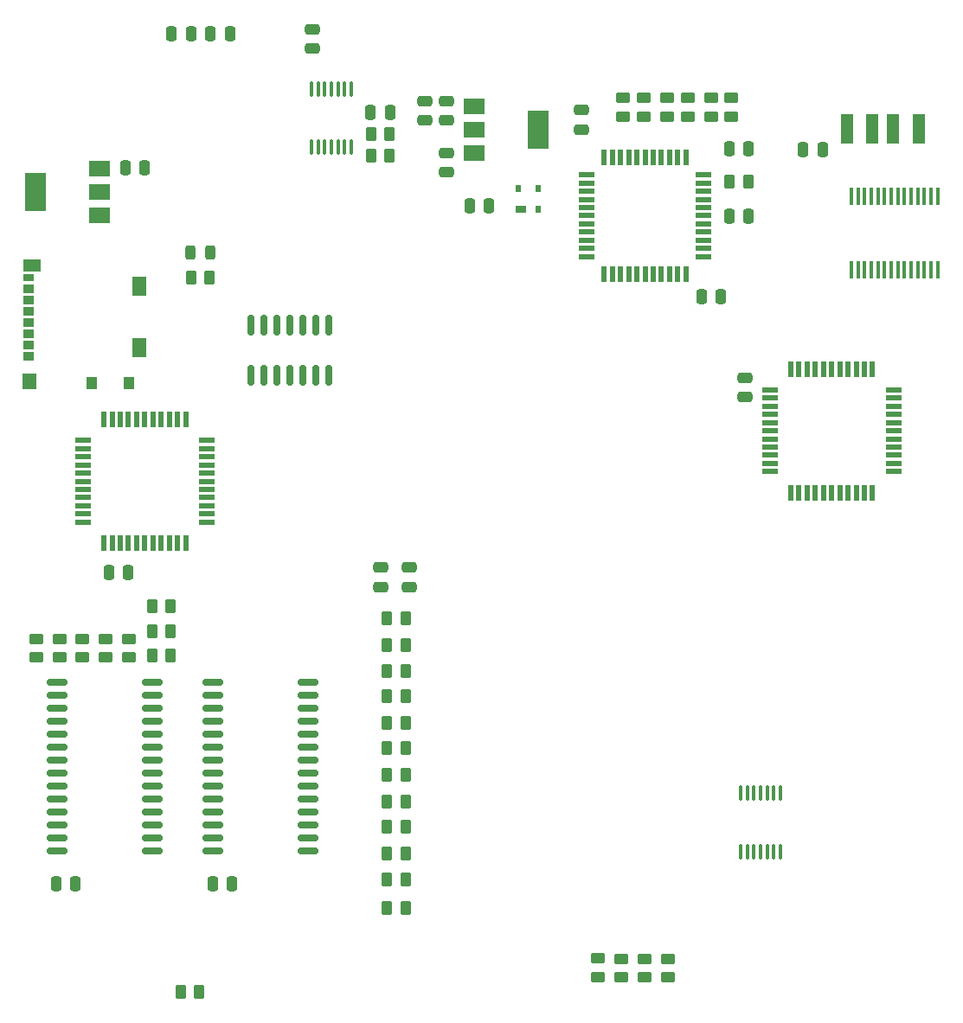
<source format=gtp>
G04 #@! TF.GenerationSoftware,KiCad,Pcbnew,6.0.4-1.fc35*
G04 #@! TF.CreationDate,2022-04-29T18:05:54+05:30*
G04 #@! TF.ProjectId,8puter,38707574-6572-42e6-9b69-6361645f7063,rev?*
G04 #@! TF.SameCoordinates,Original*
G04 #@! TF.FileFunction,Paste,Top*
G04 #@! TF.FilePolarity,Positive*
%FSLAX46Y46*%
G04 Gerber Fmt 4.6, Leading zero omitted, Abs format (unit mm)*
G04 Created by KiCad (PCBNEW 6.0.4-1.fc35) date 2022-04-29 18:05:54*
%MOMM*%
%LPD*%
G01*
G04 APERTURE LIST*
G04 Aperture macros list*
%AMRoundRect*
0 Rectangle with rounded corners*
0 $1 Rounding radius*
0 $2 $3 $4 $5 $6 $7 $8 $9 X,Y pos of 4 corners*
0 Add a 4 corners polygon primitive as box body*
4,1,4,$2,$3,$4,$5,$6,$7,$8,$9,$2,$3,0*
0 Add four circle primitives for the rounded corners*
1,1,$1+$1,$2,$3*
1,1,$1+$1,$4,$5*
1,1,$1+$1,$6,$7*
1,1,$1+$1,$8,$9*
0 Add four rect primitives between the rounded corners*
20,1,$1+$1,$2,$3,$4,$5,0*
20,1,$1+$1,$4,$5,$6,$7,0*
20,1,$1+$1,$6,$7,$8,$9,0*
20,1,$1+$1,$8,$9,$2,$3,0*%
G04 Aperture macros list end*
%ADD10RoundRect,0.250000X-0.250000X-0.475000X0.250000X-0.475000X0.250000X0.475000X-0.250000X0.475000X0*%
%ADD11RoundRect,0.250000X-0.262500X-0.450000X0.262500X-0.450000X0.262500X0.450000X-0.262500X0.450000X0*%
%ADD12RoundRect,0.250000X0.262500X0.450000X-0.262500X0.450000X-0.262500X-0.450000X0.262500X-0.450000X0*%
%ADD13R,1.100000X0.850000*%
%ADD14R,1.100000X0.750000*%
%ADD15R,1.000000X1.200000*%
%ADD16R,1.800000X1.170000*%
%ADD17R,1.350000X1.900000*%
%ADD18R,1.350000X1.550000*%
%ADD19RoundRect,0.150000X0.875000X0.150000X-0.875000X0.150000X-0.875000X-0.150000X0.875000X-0.150000X0*%
%ADD20R,1.000000X0.700000*%
%ADD21R,0.600000X0.700000*%
%ADD22RoundRect,0.250000X-0.450000X0.262500X-0.450000X-0.262500X0.450000X-0.262500X0.450000X0.262500X0*%
%ADD23RoundRect,0.250000X0.450000X-0.262500X0.450000X0.262500X-0.450000X0.262500X-0.450000X-0.262500X0*%
%ADD24RoundRect,0.250000X0.250000X0.475000X-0.250000X0.475000X-0.250000X-0.475000X0.250000X-0.475000X0*%
%ADD25RoundRect,0.250000X-0.475000X0.250000X-0.475000X-0.250000X0.475000X-0.250000X0.475000X0.250000X0*%
%ADD26RoundRect,0.250000X0.475000X-0.250000X0.475000X0.250000X-0.475000X0.250000X-0.475000X-0.250000X0*%
%ADD27R,2.000000X1.500000*%
%ADD28R,2.000000X3.800000*%
%ADD29R,1.500000X0.520000*%
%ADD30R,0.520000X1.500000*%
%ADD31RoundRect,0.100000X-0.100000X0.637500X-0.100000X-0.637500X0.100000X-0.637500X0.100000X0.637500X0*%
%ADD32RoundRect,0.243750X0.243750X0.456250X-0.243750X0.456250X-0.243750X-0.456250X0.243750X-0.456250X0*%
%ADD33RoundRect,0.150000X0.150000X-0.825000X0.150000X0.825000X-0.150000X0.825000X-0.150000X-0.825000X0*%
%ADD34R,0.450000X1.750000*%
%ADD35R,0.550000X1.500000*%
%ADD36R,1.500000X0.550000*%
%ADD37RoundRect,0.100000X0.100000X-0.637500X0.100000X0.637500X-0.100000X0.637500X-0.100000X-0.637500X0*%
%ADD38R,1.250000X3.000000*%
G04 APERTURE END LIST*
D10*
X124048000Y-122315000D03*
X125948000Y-122315000D03*
D11*
X139523000Y-50968750D03*
X141348000Y-50968750D03*
D12*
X142898000Y-119345000D03*
X141073000Y-119345000D03*
D13*
X106013000Y-70630000D03*
X106013000Y-69530000D03*
X106013000Y-68430000D03*
X106013000Y-67330000D03*
X106013000Y-66230000D03*
X106013000Y-65130000D03*
X106013000Y-64030000D03*
D14*
X106013000Y-62980000D03*
D15*
X112163000Y-73265000D03*
X115863000Y-73265000D03*
D16*
X106363000Y-61770000D03*
D17*
X116838000Y-63795000D03*
D18*
X106138000Y-73090000D03*
D17*
X116838000Y-69765000D03*
D19*
X133348000Y-119100000D03*
X133348000Y-117830000D03*
X133348000Y-116560000D03*
X133348000Y-115290000D03*
X133348000Y-114020000D03*
X133348000Y-112750000D03*
X133348000Y-111480000D03*
X133348000Y-110210000D03*
X133348000Y-108940000D03*
X133348000Y-107670000D03*
X133348000Y-106400000D03*
X133348000Y-105130000D03*
X133348000Y-103860000D03*
X133348000Y-102590000D03*
X124048000Y-102590000D03*
X124048000Y-103860000D03*
X124048000Y-105130000D03*
X124048000Y-106400000D03*
X124048000Y-107670000D03*
X124048000Y-108940000D03*
X124048000Y-110210000D03*
X124048000Y-111480000D03*
X124048000Y-112750000D03*
X124048000Y-114020000D03*
X124048000Y-115290000D03*
X124048000Y-116560000D03*
X124048000Y-117830000D03*
X124048000Y-119100000D03*
D20*
X154148005Y-56244988D03*
D21*
X155848005Y-56244988D03*
X155848005Y-54244988D03*
X153948005Y-54244988D03*
D22*
X161698000Y-129620000D03*
X161698000Y-131445000D03*
D12*
X142898000Y-103945000D03*
X141073000Y-103945000D03*
X142898000Y-96345000D03*
X141073000Y-96345000D03*
D22*
X172780000Y-45367500D03*
X172780000Y-47192500D03*
D23*
X113548000Y-100137500D03*
X113548000Y-98312500D03*
D24*
X121890000Y-39040000D03*
X119990000Y-39040000D03*
D25*
X140472219Y-91320774D03*
X140472219Y-93220774D03*
D26*
X133748000Y-40518750D03*
X133748000Y-38618750D03*
D12*
X142898000Y-111645000D03*
X141073000Y-111645000D03*
D26*
X176098000Y-74645000D03*
X176098000Y-72745000D03*
D27*
X149598000Y-46195000D03*
D28*
X155898000Y-48495000D03*
D27*
X149598000Y-48495000D03*
X149598000Y-50795000D03*
D29*
X111338000Y-78895000D03*
X111338000Y-79695000D03*
X111338000Y-80495000D03*
X111338000Y-81295000D03*
X111338000Y-82095000D03*
X111338000Y-82895000D03*
X111338000Y-83695000D03*
X111338000Y-84495000D03*
X111338000Y-85295000D03*
X111338000Y-86095000D03*
X111338000Y-86895000D03*
D30*
X113388000Y-88945000D03*
X114188000Y-88945000D03*
X114988000Y-88945000D03*
X115788000Y-88945000D03*
X116588000Y-88945000D03*
X117388000Y-88945000D03*
X118188000Y-88945000D03*
X118988000Y-88945000D03*
X119788000Y-88945000D03*
X120588000Y-88945000D03*
X121388000Y-88945000D03*
D29*
X123438000Y-86895000D03*
X123438000Y-86095000D03*
X123438000Y-85295000D03*
X123438000Y-84495000D03*
X123438000Y-83695000D03*
X123438000Y-82895000D03*
X123438000Y-82095000D03*
X123438000Y-81295000D03*
X123438000Y-80495000D03*
X123438000Y-79695000D03*
X123438000Y-78895000D03*
D30*
X121388000Y-76845000D03*
X120588000Y-76845000D03*
X119788000Y-76845000D03*
X118988000Y-76845000D03*
X118188000Y-76845000D03*
X117388000Y-76845000D03*
X116588000Y-76845000D03*
X115788000Y-76845000D03*
X114988000Y-76845000D03*
X114188000Y-76845000D03*
X113388000Y-76845000D03*
D22*
X166250000Y-45367500D03*
X166250000Y-47192500D03*
D10*
X108698000Y-122335000D03*
X110598000Y-122335000D03*
X123830000Y-39040000D03*
X125730000Y-39040000D03*
D30*
X188598005Y-71894988D03*
X187798005Y-71894988D03*
X186998005Y-71894988D03*
X186198005Y-71894988D03*
X185398005Y-71894988D03*
X184598005Y-71894988D03*
X183798005Y-71894988D03*
X182998005Y-71894988D03*
X182198005Y-71894988D03*
X181398005Y-71894988D03*
X180598005Y-71894988D03*
D29*
X178548005Y-73944988D03*
X178548005Y-74744988D03*
X178548005Y-75544988D03*
X178548005Y-76344988D03*
X178548005Y-77144988D03*
X178548005Y-77944988D03*
X178548005Y-78744988D03*
X178548005Y-79544988D03*
X178548005Y-80344988D03*
X178548005Y-81144988D03*
X178548005Y-81944988D03*
D30*
X180598005Y-83994988D03*
X181398005Y-83994988D03*
X182198005Y-83994988D03*
X182998005Y-83994988D03*
X183798005Y-83994988D03*
X184598005Y-83994988D03*
X185398005Y-83994988D03*
X186198005Y-83994988D03*
X186998005Y-83994988D03*
X187798005Y-83994988D03*
X188598005Y-83994988D03*
D29*
X190648005Y-81944988D03*
X190648005Y-81144988D03*
X190648005Y-80344988D03*
X190648005Y-79544988D03*
X190648005Y-78744988D03*
X190648005Y-77944988D03*
X190648005Y-77144988D03*
X190648005Y-76344988D03*
X190648005Y-75544988D03*
X190648005Y-74744988D03*
X190648005Y-73944988D03*
D11*
X120885500Y-132845000D03*
X122710500Y-132845000D03*
D31*
X179598000Y-113432500D03*
X178948000Y-113432500D03*
X178298000Y-113432500D03*
X177648000Y-113432500D03*
X176998000Y-113432500D03*
X176348000Y-113432500D03*
X175698000Y-113432500D03*
X175698000Y-119157500D03*
X176348000Y-119157500D03*
X176998000Y-119157500D03*
X177648000Y-119157500D03*
X178298000Y-119157500D03*
X178948000Y-119157500D03*
X179598000Y-119157500D03*
D32*
X123758000Y-60535000D03*
X121883000Y-60535000D03*
D12*
X142898000Y-109045000D03*
X141073000Y-109045000D03*
X119905500Y-97535000D03*
X118080500Y-97535000D03*
D22*
X168500000Y-45367500D03*
X168500000Y-47192500D03*
D12*
X142898000Y-101445000D03*
X141073000Y-101445000D03*
D22*
X164190000Y-45367500D03*
X164190000Y-47192500D03*
D25*
X143272219Y-91320774D03*
X143272219Y-93220774D03*
D33*
X127738000Y-72542500D03*
X129008000Y-72542500D03*
X130278000Y-72542500D03*
X131548000Y-72542500D03*
X132818000Y-72542500D03*
X134088000Y-72542500D03*
X135358000Y-72542500D03*
X135358000Y-67592500D03*
X134088000Y-67592500D03*
X132818000Y-67592500D03*
X131548000Y-67592500D03*
X130278000Y-67592500D03*
X129008000Y-67592500D03*
X127738000Y-67592500D03*
D22*
X163998000Y-129632500D03*
X163998000Y-131457500D03*
D12*
X142898000Y-121845000D03*
X141073000Y-121845000D03*
X142898000Y-124645000D03*
X141073000Y-124645000D03*
D34*
X186523000Y-62195000D03*
X187173000Y-62195000D03*
X187823000Y-62195000D03*
X188473000Y-62195000D03*
X189123000Y-62195000D03*
X189773000Y-62195000D03*
X190423000Y-62195000D03*
X191073000Y-62195000D03*
X191723000Y-62195000D03*
X192373000Y-62195000D03*
X193023000Y-62195000D03*
X193673000Y-62195000D03*
X194323000Y-62195000D03*
X194973000Y-62195000D03*
X194973000Y-54995000D03*
X194323000Y-54995000D03*
X193673000Y-54995000D03*
X193023000Y-54995000D03*
X192373000Y-54995000D03*
X191723000Y-54995000D03*
X191073000Y-54995000D03*
X190423000Y-54995000D03*
X189773000Y-54995000D03*
X189123000Y-54995000D03*
X188473000Y-54995000D03*
X187823000Y-54995000D03*
X187173000Y-54995000D03*
X186523000Y-54995000D03*
D24*
X151092219Y-55945000D03*
X149192219Y-55945000D03*
D12*
X142898000Y-106545000D03*
X141073000Y-106545000D03*
D22*
X174770000Y-45367500D03*
X174770000Y-47192500D03*
D23*
X109048000Y-100137500D03*
X109048000Y-98312500D03*
X111298000Y-100137500D03*
X111298000Y-98312500D03*
D12*
X176440000Y-53580000D03*
X174615000Y-53580000D03*
X123745500Y-62945000D03*
X121920500Y-62945000D03*
D26*
X146942226Y-47545000D03*
X146942226Y-45645000D03*
D24*
X183700000Y-50380000D03*
X181800000Y-50380000D03*
D22*
X168598000Y-129632500D03*
X168598000Y-131457500D03*
D10*
X139485500Y-46768750D03*
X141385500Y-46768750D03*
X174577500Y-56900000D03*
X176477500Y-56900000D03*
X174577500Y-50350000D03*
X176477500Y-50350000D03*
D19*
X118098000Y-119105000D03*
X118098000Y-117835000D03*
X118098000Y-116565000D03*
X118098000Y-115295000D03*
X118098000Y-114025000D03*
X118098000Y-112755000D03*
X118098000Y-111485000D03*
X118098000Y-110215000D03*
X118098000Y-108945000D03*
X118098000Y-107675000D03*
X118098000Y-106405000D03*
X118098000Y-105135000D03*
X118098000Y-103865000D03*
X118098000Y-102595000D03*
X108798000Y-102595000D03*
X108798000Y-103865000D03*
X108798000Y-105135000D03*
X108798000Y-106405000D03*
X108798000Y-107675000D03*
X108798000Y-108945000D03*
X108798000Y-110215000D03*
X108798000Y-111485000D03*
X108798000Y-112755000D03*
X108798000Y-114025000D03*
X108798000Y-115295000D03*
X108798000Y-116565000D03*
X108798000Y-117835000D03*
X108798000Y-119105000D03*
D35*
X162340000Y-62590000D03*
X163140000Y-62590000D03*
X163940000Y-62590000D03*
X164740000Y-62590000D03*
X165540000Y-62590000D03*
X166340000Y-62590000D03*
X167140000Y-62590000D03*
X167940000Y-62590000D03*
X168740000Y-62590000D03*
X169540000Y-62590000D03*
X170340000Y-62590000D03*
D36*
X172040000Y-60890000D03*
X172040000Y-60090000D03*
X172040000Y-59290000D03*
X172040000Y-58490000D03*
X172040000Y-57690000D03*
X172040000Y-56890000D03*
X172040000Y-56090000D03*
X172040000Y-55290000D03*
X172040000Y-54490000D03*
X172040000Y-53690000D03*
X172040000Y-52890000D03*
D35*
X170340000Y-51190000D03*
X169540000Y-51190000D03*
X168740000Y-51190000D03*
X167940000Y-51190000D03*
X167140000Y-51190000D03*
X166340000Y-51190000D03*
X165540000Y-51190000D03*
X164740000Y-51190000D03*
X163940000Y-51190000D03*
X163140000Y-51190000D03*
X162340000Y-51190000D03*
D36*
X160640000Y-52890000D03*
X160640000Y-53690000D03*
X160640000Y-54490000D03*
X160640000Y-55290000D03*
X160640000Y-56090000D03*
X160640000Y-56890000D03*
X160640000Y-57690000D03*
X160640000Y-58490000D03*
X160640000Y-59290000D03*
X160640000Y-60090000D03*
X160640000Y-60890000D03*
D27*
X112948000Y-56865000D03*
D28*
X106648000Y-54565000D03*
D27*
X112948000Y-54565000D03*
X112948000Y-52265000D03*
D22*
X166298000Y-129632500D03*
X166298000Y-131457500D03*
D26*
X144798000Y-47545000D03*
X144798000Y-45645000D03*
D12*
X142898000Y-114245000D03*
X141073000Y-114245000D03*
D22*
X170520000Y-45367500D03*
X170520000Y-47192500D03*
D12*
X142898000Y-98945000D03*
X141073000Y-98945000D03*
D23*
X106770500Y-100137500D03*
X106770500Y-98312500D03*
D37*
X133698000Y-50181250D03*
X134348000Y-50181250D03*
X134998000Y-50181250D03*
X135648000Y-50181250D03*
X136298000Y-50181250D03*
X136948000Y-50181250D03*
X137598000Y-50181250D03*
X137598000Y-44456250D03*
X136948000Y-44456250D03*
X136298000Y-44456250D03*
X135648000Y-44456250D03*
X134998000Y-44456250D03*
X134348000Y-44456250D03*
X133698000Y-44456250D03*
D12*
X142898000Y-116745000D03*
X141073000Y-116745000D03*
X119905500Y-95155000D03*
X118080500Y-95155000D03*
D10*
X171860000Y-64780000D03*
X173760000Y-64780000D03*
D12*
X141348000Y-48868750D03*
X139523000Y-48868750D03*
D10*
X113888000Y-91795000D03*
X115788000Y-91795000D03*
D26*
X160090000Y-48460000D03*
X160090000Y-46560000D03*
D38*
X193098000Y-48395000D03*
X190598000Y-48395000D03*
X188598000Y-48395000D03*
X186098000Y-48395000D03*
D10*
X115498000Y-52235000D03*
X117398000Y-52235000D03*
D12*
X119905500Y-99965000D03*
X118080500Y-99965000D03*
D23*
X115800500Y-100137500D03*
X115800500Y-98312500D03*
D25*
X146948000Y-50745000D03*
X146948000Y-52645000D03*
M02*

</source>
